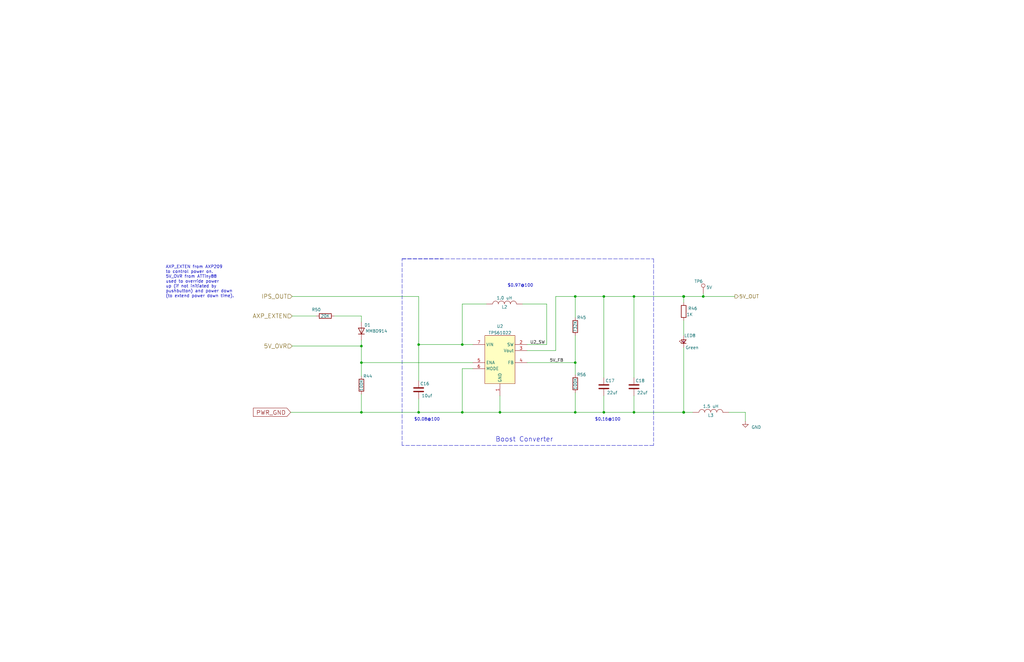
<source format=kicad_sch>
(kicad_sch (version 20211123) (generator eeschema)
  (paper "B")
  (title_block (title "ConnectBox CM4 for China Case ") (date "2022-07-24") (rev "1.8.4") (comment 1 "JRA"))
  (lib_symbols
    (symbol "Connector:TestPoint" (pin_numbers hide) (pin_names (offset 0.762) hide)
      (property "Reference" "TP" (at 0 6.858 0))
      (property "Value" "TestPoint" (at 0 5.08 0))
      (symbol "TestPoint_0_1"
        (circle (center 0 3.302) (radius 0.762))
      )
      (symbol "TestPoint_1_1"
        (pin passive line (at 0 0 90) (length 2.54) (name "1") (number "1"))
      )
    )
    (symbol "Custom_1:INDUCTOR-1" (pin_numbers hide) (pin_names (offset 1.016) hide)
      (property "Reference" "L3" (at 0 -1.27 90))
      (property "Value" "INDUCTOR-1" (at 0 2.54 90))
      (symbol "INDUCTOR-1_0_1"
        (arc (start 0.0254 -5.0546) (mid 1.245 -3.7973) (end 0.0254 -2.54))
        (arc (start 0.0254 -2.5146) (mid 1.2704 -1.2319) (end 0.0254 0.0508))
        (arc (start 0.0254 0.0254) (mid 1.2704 1.3081) (end 0.0254 2.5908))
        (arc (start 0.0254 2.5654) (mid 1.1942 3.7719) (end 0.0254 4.9784))
      )
      (symbol "INDUCTOR-1_1_1"
        (pin passive line (at 0 7.62 270) (length 2.54) (name "1") (number "1"))
        (pin passive line (at 0 -7.62 90) (length 2.54) (name "2") (number "2"))
      )
    )
    (symbol "Custom_1:TPS61022"
      (property "Reference" "U" (at -7.62 13.97 0))
      (property "Value" "TPS61022" (at 10.16 -12.7 0))
      (symbol "TPS61022_0_1"
        (rectangle (start -6.35 10.16) (end 6.35 -10.16) (stroke (width 0.1524)) (fill (type background)))
      )
      (symbol "TPS61022_1_1"
        (pin input line (at 0 -15.24 90) (length 5.08) (name "GND") (number "1"))
        (pin input line (at 11.43 6.35 180) (length 5.08) (name "SW") (number "2"))
        (pin input line (at 11.43 3.81 180) (length 5.08) (name "Vout") (number "3"))
        (pin input line (at 11.43 -1.27 180) (length 5.08) (name "FB") (number "4"))
        (pin input line (at -11.43 -1.27 0) (length 5.08) (name "ENA") (number "5"))
        (pin input line (at -11.43 -3.81 0) (length 5.08) (name "MODE") (number "6"))
        (pin input line (at -11.43 6.35 0) (length 5.08) (name "VIN") (number "7"))
      )
    )
    (symbol "Device:C" (pin_numbers hide) (pin_names (offset 0.254))
      (property "Reference" "C" (at 0.635 2.54 0))
      (property "Value" "C" (at 0.635 -2.54 0))
      (symbol "C_0_1"
        (polyline (pts (xy -2.032 -0.762) (xy 2.032 -0.762)) (stroke (width 0.508)))
        (polyline (pts (xy -2.032 0.762) (xy 2.032 0.762)) (stroke (width 0.508)))
      )
      (symbol "C_1_1"
        (pin passive line (at 0 3.81 270) (length 2.794) (name "~") (number "1"))
        (pin passive line (at 0 -3.81 90) (length 2.794) (name "~") (number "2"))
      )
    )
    (symbol "Device:LED_Small" (pin_numbers hide) (pin_names (offset 0.254) hide)
      (property "Reference" "D" (at -1.27 3.175 0))
      (property "Value" "LED_Small" (at -4.445 -2.54 0))
      (symbol "LED_Small_0_1"
        (polyline (pts (xy -0.762 -1.016) (xy -0.762 1.016)) (stroke (width 0.254)))
        (polyline (pts (xy 1.016 0) (xy -0.762 0)))
        (polyline (pts (xy 0.762 -1.016) (xy -0.762 0) (xy 0.762 1.016) (xy 0.762 -1.016)) (stroke (width 0.254)))
        (polyline (pts (xy 0 0.762) (xy -0.508 1.27) (xy -0.254 1.27) (xy -0.508 1.27) (xy -0.508 1.016)))
        (polyline (pts (xy 0.508 1.27) (xy 0 1.778) (xy 0.254 1.778) (xy 0 1.778) (xy 0 1.524)))
      )
      (symbol "LED_Small_1_1"
        (pin passive line (at -2.54 0 0) (length 1.778) (name "K") (number "1"))
        (pin passive line (at 2.54 0 180) (length 1.778) (name "A") (number "2"))
      )
    )
    (symbol "Device:R" (pin_numbers hide) (pin_names (offset 0))
      (property "Reference" "R" (at 2.032 0 90))
      (property "Value" "R" (at 0 0 90))
      (symbol "R_0_1"
        (rectangle (start -1.016 -2.54) (end 1.016 2.54) (stroke (width 0.254)))
      )
      (symbol "R_1_1"
        (pin passive line (at 0 3.81 270) (length 1.27) (name "~") (number "1"))
        (pin passive line (at 0 -3.81 90) (length 1.27) (name "~") (number "2"))
      )
    )
    (symbol "Diode:1N914" (pin_numbers hide) (pin_names (offset 1.016) hide)
      (property "Reference" "D" (at 0 2.54 0))
      (property "Value" "1N914" (at 0 -2.54 0))
      (symbol "1N914_0_1"
        (polyline (pts (xy -1.27 1.27) (xy -1.27 -1.27)) (stroke (width 0.254)))
        (polyline (pts (xy 1.27 0) (xy -1.27 0)))
        (polyline (pts (xy 1.27 1.27) (xy 1.27 -1.27) (xy -1.27 0) (xy 1.27 1.27)) (stroke (width 0.254)))
      )
      (symbol "1N914_1_1"
        (pin passive line (at -3.81 0 0) (length 2.54) (name "K") (number "1"))
        (pin passive line (at 3.81 0 180) (length 2.54) (name "A") (number "2"))
      )
    )
    (symbol "power:GND" (power) (pin_names (offset 0))
      (property "Value" "GND" (at 0 -3.81 0))
      (symbol "GND_0_1"
        (polyline (pts (xy 0 0) (xy 0 -1.27) (xy 1.27 -1.27) (xy 0 -2.54) (xy -1.27 -1.27) (xy 0 -1.27)))
      )
      (symbol "GND_1_1"
        (pin power_in line (at 0 0 270) (length 0) hide (name "GND") (number "1"))
      )
    )
  )
  (junction (at 288.29 173.99) (diameter 1.016))
  (junction (at 267.335 125.095))
  (junction (at 152.4 146.05))
  (junction (at 242.57 173.99))
  (junction (at 176.53 145.415))
  (junction (at 288.29 125.095) (diameter 1.016))
  (junction (at 152.4 173.99))
  (junction (at 152.4 153.035))
  (junction (at 194.945 145.415))
  (junction (at 194.945 173.99))
  (junction (at 254.635 125.095))
  (junction (at 210.82 173.99))
  (junction (at 254.635 173.99))
  (junction (at 296.545 125.095))
  (junction (at 267.335 173.99))
  (junction (at 176.53 173.99))
  (junction (at 242.57 153.035))
  (junction (at 242.57 125.095))
  (wire (pts (xy 234.315 147.955) (xy 222.25 147.955)))
  (wire (pts (xy 140.97 133.35) (xy 152.4 133.35)))
  (wire (pts (xy 152.4 153.035) (xy 199.39 153.035)))
  (wire (pts (xy 230.505 128.27) (xy 220.345 128.27)))
  (wire (pts (xy 210.82 167.005) (xy 210.82 173.99)))
  (wire (pts (xy 242.57 141.605) (xy 242.57 153.035)))
  (wire (pts (xy 176.53 145.415) (xy 194.945 145.415)))
  (wire (pts (xy 194.945 145.415) (xy 199.39 145.415)))
  (wire (pts (xy 254.635 125.095) (xy 254.635 159.385)))
  (wire (pts (xy 267.335 173.99) (xy 288.29 173.99)))
  (wire (pts (xy 205.105 128.27) (xy 194.945 128.27)))
  (polyline (pts (xy 169.545 187.96) (xy 169.545 109.22)))
  (wire (pts (xy 152.4 153.035) (xy 152.4 158.75)))
  (polyline (pts (xy 169.545 109.22) (xy 186.69 109.22)))
  (wire (pts (xy 234.315 125.095) (xy 234.315 147.955)))
  (wire (pts (xy 314.325 173.99) (xy 307.34 173.99)))
  (wire (pts (xy 267.335 167.005) (xy 267.335 173.99)))
  (wire (pts (xy 296.545 123.825) (xy 296.545 125.095)))
  (wire (pts (xy 210.82 173.99) (xy 242.57 173.99)))
  (wire (pts (xy 194.945 155.575) (xy 194.945 173.99)))
  (wire (pts (xy 230.505 145.415) (xy 230.505 128.27)))
  (wire (pts (xy 267.335 159.385) (xy 267.335 125.095)))
  (wire (pts (xy 288.29 146.685) (xy 288.29 173.99)))
  (wire (pts (xy 288.29 135.255) (xy 288.29 141.605)))
  (wire (pts (xy 288.29 125.095) (xy 288.29 127.635)))
  (wire (pts (xy 242.57 165.735) (xy 242.57 173.99)))
  (polyline (pts (xy 275.59 109.22) (xy 275.59 187.96)))
  (wire (pts (xy 194.945 128.27) (xy 194.945 145.415)))
  (wire (pts (xy 123.19 133.35) (xy 133.35 133.35)))
  (wire (pts (xy 288.29 173.99) (xy 292.1 173.99)))
  (wire (pts (xy 242.57 173.99) (xy 254.635 173.99)))
  (wire (pts (xy 222.25 153.035) (xy 242.57 153.035)))
  (wire (pts (xy 254.635 173.99) (xy 267.335 173.99)))
  (wire (pts (xy 123.19 125.095) (xy 176.53 125.095)))
  (wire (pts (xy 176.53 125.095) (xy 176.53 145.415)))
  (wire (pts (xy 176.53 168.275) (xy 176.53 173.99)))
  (wire (pts (xy 254.635 125.095) (xy 267.335 125.095)))
  (wire (pts (xy 314.325 173.99) (xy 314.325 177.8)))
  (wire (pts (xy 288.29 125.095) (xy 296.545 125.095)))
  (wire (pts (xy 234.315 125.095) (xy 242.57 125.095)))
  (wire (pts (xy 152.4 143.51) (xy 152.4 146.05)))
  (wire (pts (xy 242.57 125.095) (xy 242.57 133.985)))
  (wire (pts (xy 199.39 155.575) (xy 194.945 155.575)))
  (wire (pts (xy 152.4 173.99) (xy 176.53 173.99)))
  (wire (pts (xy 123.19 146.05) (xy 152.4 146.05)))
  (wire (pts (xy 152.4 166.37) (xy 152.4 173.99)))
  (wire (pts (xy 267.335 125.095) (xy 288.29 125.095)))
  (wire (pts (xy 254.635 167.005) (xy 254.635 173.99)))
  (wire (pts (xy 122.555 173.99) (xy 152.4 173.99)))
  (wire (pts (xy 296.545 125.095) (xy 309.88 125.095)))
  (wire (pts (xy 242.57 125.095) (xy 254.635 125.095)))
  (wire (pts (xy 222.25 145.415) (xy 230.505 145.415)))
  (polyline (pts (xy 275.59 187.96) (xy 169.545 187.96)))
  (wire (pts (xy 176.53 173.99) (xy 194.945 173.99)))
  (wire (pts (xy 194.945 173.99) (xy 210.82 173.99)))
  (wire (pts (xy 242.57 153.035) (xy 242.57 158.115)))
  (wire (pts (xy 152.4 146.05) (xy 152.4 153.035)))
  (wire (pts (xy 176.53 145.415) (xy 176.53 160.655)))
  (wire (pts (xy 152.4 135.89) (xy 152.4 133.35)))
  (polyline (pts (xy 169.545 109.22) (xy 275.59 109.22)))
  (text "Boost Converter" (at 208.915 186.69 0) (effects (font (size 2.0066 2.0066)) (justify left bottom)))
  (text "$0.08@100" (at 174.625 177.8 0) (effects (font (size 1.27 1.27)) (justify left bottom)))
  (text "$0.16@100" (at 250.825 177.8 0) (effects (font (size 1.27 1.27)) (justify left bottom)))
  (text "$0.97@100" (at 213.995 121.285 0) (effects (font (size 1.27 1.27)) (justify left bottom)))
  (text "AXP_EXTEN from AXP209 \nto control power on. \n5V_OVR from ATTiny88 \nused to override power\nup (if not initiated by\npushbutton) and power down\n(to extend power down time)." (at 69.85 125.73 0) (effects (font (size 1.27 1.27)) (justify left bottom)))
  (label "5V_FB" (at 231.775 153.035 0))
  (label "U2_SW" (at 223.52 145.415 0))
  (global_label "PWR_GND" (shape input) (at 122.555 173.99 180) (effects (font (size 1.778 1.778))) (property "Intersheet References" "${INTERSHEET_REFS}" (effects hide)))
  (hierarchical_label "AXP_EXTEN" (shape input) (at 123.19 133.35 180) (effects (font (size 1.778 1.778))))
  (hierarchical_label "5V_OVR" (shape input) (at 123.19 146.05 180) (effects (font (size 1.778 1.778))))
  (hierarchical_label "IPS_OUT" (shape input) (at 123.19 125.095 180) (effects (font (size 1.778 1.778))))
  (hierarchical_label "5V_OUT" (shape output) (at 309.88 125.095 0) (effects (font (size 1.524 1.524))))
  (symbol (lib_id "Device:R") (at 242.57 161.925 0) (unit 1)
    (property "Reference" "R56" (at 245.237 158.115 0))
    (property "Value" "100K" (at 242.57 161.925 90))
    (property "Footprint" "Resistor_SMD:R_0603_1608Metric" (effects hide))
    (property "Manufacturer" "Yageo" (effects hide))
    (property "Manufacturer P/N" "RC0603FR-07100KL" (effects hide))
    (property "Description" "RES SMD 100K OHM 1% 1/8W 0603" (effects hide))
    (property "DigiKey P/N" "311-100KHRCT-ND" (effects hide))
    (property "Type" "SMD" (effects hide))
  )
  (symbol (lib_id "Device:LED_Small") (at 288.29 144.145 90) (unit 1)
    (property "Reference" "LED8" (at 293.37 141.605 90) (effects (justify left)))
    (property "Value" "Green" (at 294.64 146.685 90) (effects (justify left)))
    (property "Footprint" "LED_SMD:LED_0603_1608Metric" (effects hide))
    (property "Datasheet" "~" (at 288.29 144.145 90))
    (property "Manufacturer" "Lite-On Inc." (effects hide))
    (property "Manufacturer P/N" "LTST-C191KFKT" (effects hide))
    (property "Description" "LED GREEN CLEAR 0603 SMD" (effects hide))
    (property "DigiKey P/N" "160-1446-1-ND" (effects hide))
    (property "Type" "SMD" (effects hide))
  )
  (symbol (lib_id "Device:R") (at 137.16 133.35 90) (unit 1)
    (property "Reference" "R50" (at 133.35 130.683 90))
    (property "Value" "20K" (at 137.16 133.35 90))
    (property "Footprint" "Resistor_SMD:R_0603_1608Metric" (effects hide))
    (property "Manufacturer" "Yageo" (effects hide))
    (property "Manufacturer P/N" "RC0603FR-0720KL" (effects hide))
    (property "Description" "RES SMD 20K OHM 1% 1/8W 0603" (effects hide))
    (property "DigiKey P/N" "311-20.0KHRCT-ND" (effects hide))
    (property "Type" "SMD" (effects hide))
  )
  (symbol (lib_id "power:GND") (at 314.325 177.8 0) (unit 1)
    (property "Reference" "#PWR011" (effects hide))
    (property "Value" "GND" (at 318.897 180.2892 0))
  )
  (symbol (lib_id "Connector:TestPoint") (at 296.545 123.825 0) (unit 1)
    (property "Reference" "TP6" (at 292.735 118.745 0) (effects (justify left)))
    (property "Value" "5V" (at 297.815 121.285 0) (effects (justify left)))
    (property "Footprint" "TestPoint:TestPoint_THTPad_D1.5mm_Drill0.7mm" (effects hide))
  )
  (symbol (lib_id "Device:R") (at 152.4 162.56 0) (unit 1)
    (property "Reference" "R44" (at 155.067 158.75 0))
    (property "Value" "100K" (at 152.4 162.56 90))
    (property "Footprint" "Resistor_SMD:R_0603_1608Metric" (effects hide))
    (property "Manufacturer" "Yageo" (effects hide))
    (property "Manufacturer P/N" "RC0603FR-07100KL" (effects hide))
    (property "Description" "RES SMD 100K OHM 1% 1/8W 0603" (effects hide))
    (property "DigiKey P/N" "311-100KHRCT-ND" (effects hide))
    (property "Type" "SMD" (effects hide))
  )
  (symbol (lib_id "Device:C") (at 176.53 164.465 0) (unit 1)
    (property "Reference" "C16" (at 177.165 161.925 0) (effects (justify left)))
    (property "Value" "10uf" (at 177.8 167.005 0) (effects (justify left)))
    (property "Footprint" "Capacitor_SMD:C_0805_2012Metric" (effects hide))
    (property "Manufacturer" "Murata" (effects hide))
    (property "Manufacturer P/N" "GRM21BR61E106MA73L" (effects hide))
    (property "Description" "10 µF ±20% 25V Ceramic Capacitor X5R 0805 (2012 Metric)" (effects hide))
    (property "DigiKey P/N" "490-10748-1-ND" (effects hide))
    (property "Type" "SMD" (effects hide))
  )
  (symbol (lib_id "Device:C") (at 254.635 163.195 0) (unit 1)
    (property "Reference" "C17" (at 255.27 160.655 0) (effects (justify left)))
    (property "Value" "22uf" (at 255.905 165.735 0) (effects (justify left)))
    (property "Footprint" "Capacitor_SMD:C_0805_2012Metric" (effects hide))
    (property "Manufacturer" "Murata" (effects hide))
    (property "Manufacturer P/N" "GRM21BR61A226ME44L" (effects hide))
    (property "Description" "22 µF ±20% 10V Ceramic Capacitor X5R 0805 (2012 Metric)" (effects hide))
    (property "DigiKey P/N" "490-10746-1-ND" (effects hide))
    (property "Type" "SMD" (effects hide))
  )
  (symbol (lib_id "Diode:1N914") (at 152.4 139.7 90) (unit 1)
    (property "Reference" "D1" (at 154.94 137.16 90))
    (property "Value" "MMBD914" (at 158.75 139.7 90))
    (property "Footprint" "Diode_SMD:D_SOT-23_ANK" (effects hide))
    (property "Datasheet" "http://www.vishay.com/docs/85622/1n914.pdf" (effects hide))
    (property "Manufacturer" "ON Semiconductor" (effects hide))
    (property "Manufacturer P/N" "MMBD914LT1G" (effects hide))
    (property "Description" "DIODE GEN PURP 100V 200MA SOT23" (effects hide))
    (property "DigiKey P/N" "MMBD914LT1GOSCT-ND" (effects hide))
    (property "Type" "SMD" (effects hide))
  )
  (symbol (lib_id "Custom_1:INDUCTOR-1") (at 299.72 173.99 90) (unit 1)
    (property "Reference" "L3" (at 299.72 175.26 90))
    (property "Value" "1.5 uH" (at 299.72 171.45 90))
    (property "Footprint" "Inductor_SMD:L_Taiyo-Yuden_NR-50xx" (effects hide))
    (property "Manufacturer" "Taiyo Yuden" (effects hide))
    (property "Manufacturer P/N" "NRS5020T1R5NMGJ" (effects hide))
    (property "Description" "FIXED IND 1.5UH 3A 31.2MOHM SMD" (effects hide))
    (property "DigiKey P/N" "587-2404-1-ND" (effects hide))
    (property "Type" "SMD" (effects hide))
  )
  (symbol (lib_id "Device:R") (at 288.29 131.445 0) (unit 1)
    (property "Reference" "R46" (at 292.1 130.175 0))
    (property "Value" "1K" (at 290.83 132.715 0))
    (property "Footprint" "Resistor_SMD:R_0603_1608Metric" (effects hide))
    (property "Manufacturer" "Yageo" (effects hide))
    (property "Manufacturer P/N" "RC0603FR-071KL" (effects hide))
    (property "Description" "RES SMD 1K OHM 1% 1/8W 0603" (effects hide))
    (property "DigiKey P/N" "311-1.00KHRCT-ND" (effects hide))
    (property "Type" "SMD" (effects hide))
  )
  (symbol (lib_id "Custom_1:TPS61022") (at 210.82 151.765 0) (unit 1)
    (property "Reference" "U2" (at 210.82 137.6893 0))
    (property "Value" "TPS61022" (at 210.82 140.4644 0))
    (property "Footprint" "CustomComponents:TPS61022" (effects hide))
    (property "Datasheet" "https://www.ti.com/lit/ds/symlink/tps61022.pdf?HQS=dis-dk-null-digikeymode-dsf-pf-null-wwe&ts=1655132276687&ref_url=https%253A%252F%252Fwww.ti.com%252Fgeneral%252Fdocs%252Fsuppproductinfo.tsp%253FdistId%253D10%2526gotoUrl%253Dhttps%253A%252F%252Fwww.ti.com%252Flit%252Fgpn%252Ftps61022" (effects hide))
    (property "Manfacturer" "TI" (effects hide))
    (property "Manufacturer P/N" "TPS61022RWUx" (effects hide))
    (property "Description" "8-A Boost Converter with 0.5-V Ultra-low Input Voltage" (effects hide))
    (property "DigiKey P/N" "296-TPS61022RWUTCT-ND" (effects hide))
    (property "Type" "SMD" (effects hide))
  )
  (symbol (lib_id "Custom_1:INDUCTOR-1") (at 212.725 128.27 90) (unit 1)
    (property "Reference" "L2" (at 212.725 129.54 90))
    (property "Value" "1.0 uH" (at 212.725 125.73 90))
    (property "Footprint" "CustomComponents:INDUCTOR_SMD_5x5" (effects hide))
    (property "Manufacturer" "TDK" (effects hide))
    (property "Manufacturer P/N" "SPM5030VT-1R0M-D" (effects hide))
    (property "Description" "1 µH Shielded Drum Core, Wirewound Inductor 9.4 A 9.6mOhm Nonstandard" (effects hide))
    (property "DigiKey P/N" "445-SPM5030VT-1R0M-DCT-ND" (effects hide))
    (property "Type" "SMD" (effects hide))
  )
  (symbol (lib_id "Device:C") (at 267.335 163.195 0) (unit 1)
    (property "Reference" "C18" (at 267.97 160.655 0) (effects (justify left)))
    (property "Value" "22uf" (at 268.605 165.735 0) (effects (justify left)))
    (property "Footprint" "Capacitor_SMD:C_0805_2012Metric" (effects hide))
    (property "Manufacturer" "Murata" (effects hide))
    (property "Manufacturer P/N" "GRM21BR61A226ME44L" (effects hide))
    (property "Description" "22 µF ±20% 10V Ceramic Capacitor X5R 0805 (2012 Metric)" (effects hide))
    (property "DigiKey P/N" "490-10746-1-ND" (effects hide))
    (property "Type" "SMD" (effects hide))
  )
  (symbol (lib_id "Device:R") (at 242.57 137.795 0) (unit 1)
    (property "Reference" "R45" (at 245.237 133.985 0))
    (property "Value" "732K" (at 242.57 137.795 90))
    (property "Footprint" "Resistor_SMD:R_0603_1608Metric" (effects hide))
    (property "Manufacturer" "Yageo" (effects hide))
    (property "Manufacturer P/N" "RC0603FR-07732KL" (effects hide))
    (property "Description" "RES SMD 732K OHM 1% 1/8W 0603" (effects hide))
    (property "DigiKey P/N" "311-732KHRCT-ND" (effects hide))
    (property "Type" "SMD" (effects hide))
  )
)
</source>
